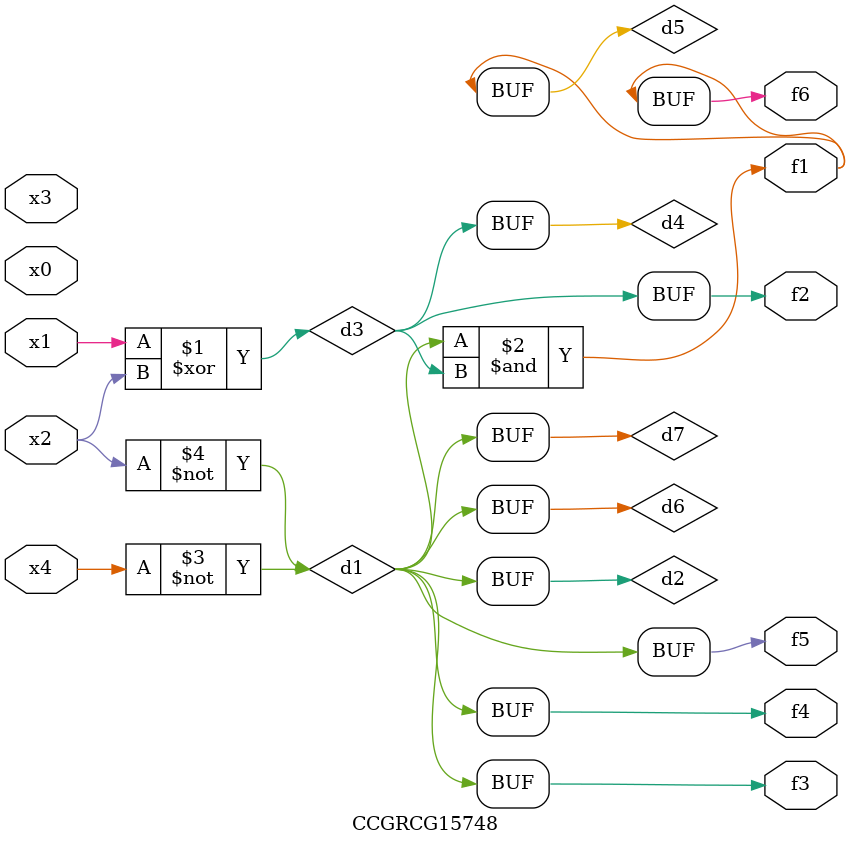
<source format=v>
module CCGRCG15748(
	input x0, x1, x2, x3, x4,
	output f1, f2, f3, f4, f5, f6
);

	wire d1, d2, d3, d4, d5, d6, d7;

	not (d1, x4);
	not (d2, x2);
	xor (d3, x1, x2);
	buf (d4, d3);
	and (d5, d1, d3);
	buf (d6, d1, d2);
	buf (d7, d2);
	assign f1 = d5;
	assign f2 = d4;
	assign f3 = d7;
	assign f4 = d7;
	assign f5 = d7;
	assign f6 = d5;
endmodule

</source>
